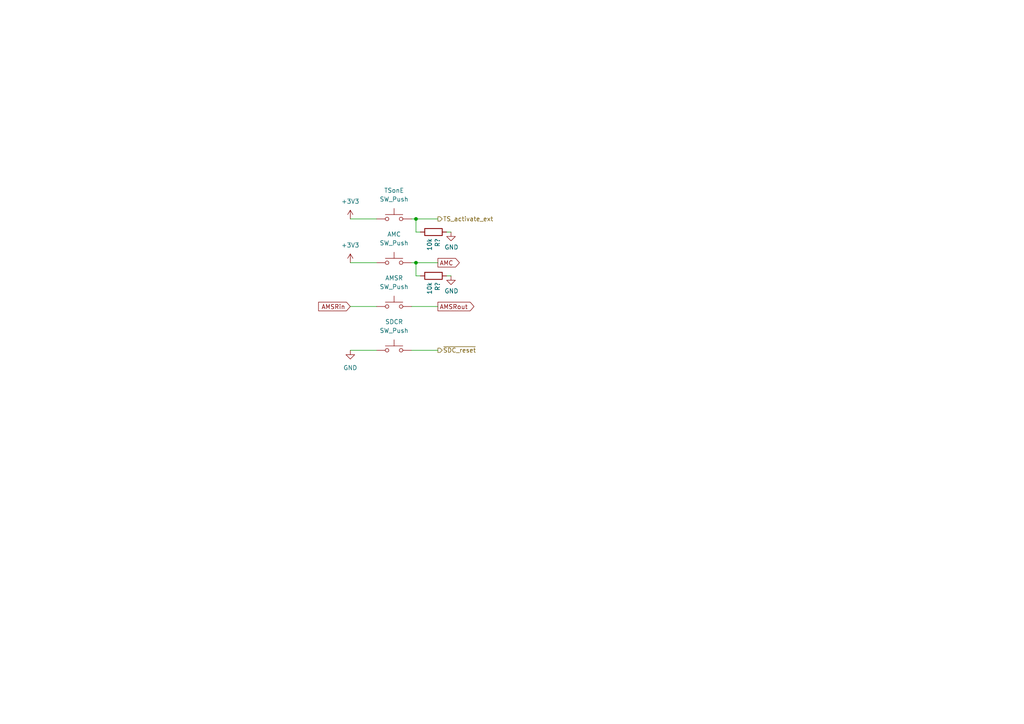
<source format=kicad_sch>
(kicad_sch (version 20211123) (generator eeschema)
  (paper "A4")
  (lib_symbols
    (symbol "Device:R" (pin_numbers hide) (pin_names (offset 0))
      (property "Reference" "R" (at 2.032 0 90))
      (property "Value" "R" (at 0 0 90))
      (symbol "R_0_1"
        (rectangle (start -1.016 -2.54) (end 1.016 2.54) (stroke (width 0.254)))
      )
      (symbol "R_1_1"
        (pin passive line (at 0 3.81 270) (length 1.27) (name "~") (number "1"))
        (pin passive line (at 0 -3.81 90) (length 1.27) (name "~") (number "2"))
      )
    )
    (symbol "Switch:SW_Push" (pin_numbers hide) (pin_names (offset 1.016) hide)
      (property "Reference" "SW" (at 1.27 2.54 0))
      (property "Value" "SW_Push" (at 0 -1.524 0))
      (symbol "SW_Push_0_1"
        (circle (center -2.032 0) (radius 0.508))
        (polyline (pts (xy 0 1.27) (xy 0 3.048)))
        (polyline (pts (xy 2.54 1.27) (xy -2.54 1.27)))
        (circle (center 2.032 0) (radius 0.508))
        (pin passive line (at -5.08 0 0) (length 2.54) (name "1") (number "1"))
        (pin passive line (at 5.08 0 180) (length 2.54) (name "2") (number "2"))
      )
    )
    (symbol "power:+3V3" (power) (pin_names (offset 0))
      (property "Value" "+3V3" (at 0 3.556 0))
      (symbol "+3V3_0_1"
        (polyline (pts (xy -0.762 1.27) (xy 0 2.54)))
        (polyline (pts (xy 0 0) (xy 0 2.54)))
        (polyline (pts (xy 0 2.54) (xy 0.762 1.27)))
      )
      (symbol "+3V3_1_1"
        (pin power_in line (at 0 0 90) (length 0) hide (name "+3V3") (number "1"))
      )
    )
    (symbol "power:GND" (power) (pin_names (offset 0))
      (property "Value" "GND" (at 0 -3.81 0))
      (symbol "GND_0_1"
        (polyline (pts (xy 0 0) (xy 0 -1.27) (xy 1.27 -1.27) (xy 0 -2.54) (xy -1.27 -1.27) (xy 0 -1.27)))
      )
      (symbol "GND_1_1"
        (pin power_in line (at 0 0 270) (length 0) hide (name "GND") (number "1"))
      )
    )
  )
  (junction (at 120.65 76.2))
  (junction (at 120.65 63.5))
  (wire (pts (xy 109.22 63.5) (xy 101.6 63.5)))
  (wire (pts (xy 130.81 80.01) (xy 129.54 80.01)))
  (wire (pts (xy 120.65 63.5) (xy 120.65 67.31)))
  (wire (pts (xy 119.38 76.2) (xy 120.65 76.2)))
  (wire (pts (xy 120.65 76.2) (xy 127 76.2)))
  (wire (pts (xy 119.38 88.9) (xy 127 88.9)))
  (wire (pts (xy 130.81 67.31) (xy 129.54 67.31)))
  (wire (pts (xy 120.65 76.2) (xy 120.65 80.01)))
  (wire (pts (xy 127 101.6) (xy 119.38 101.6)))
  (wire (pts (xy 109.22 101.6) (xy 101.6 101.6)))
  (wire (pts (xy 120.65 63.5) (xy 119.38 63.5)))
  (wire (pts (xy 101.6 88.9) (xy 109.22 88.9)))
  (wire (pts (xy 127 63.5) (xy 120.65 63.5)))
  (wire (pts (xy 120.65 67.31) (xy 121.92 67.31)))
  (wire (pts (xy 101.6 76.2) (xy 109.22 76.2)))
  (wire (pts (xy 120.65 80.01) (xy 121.92 80.01)))
  (global_label "AMSRin" (shape input) (at 101.6 88.9 180) (property "Intersheet References" "${INTERSHEET_REFS}" (effects hide)))
  (global_label "AMSRout" (shape output) (at 127 88.9 0) (property "Intersheet References" "${INTERSHEET_REFS}" (effects hide)))
  (global_label "AMC" (shape output) (at 127 76.2 0) (property "Intersheet References" "${INTERSHEET_REFS}" (effects hide)))
  (hierarchical_label "TS_activate_ext" (shape output) (at 127 63.5 0))
  (hierarchical_label "~{SDC_reset}" (shape output) (at 127 101.6 0))
  (symbol (lib_id "Switch:SW_Push") (at 114.3 88.9 0) (mirror y) (unit 1)
    (property "Reference" "AMSR" (at 114.3 80.645 0))
    (property "Value" "SW_Push" (at 114.3 83.185 0))
  )
  (symbol (lib_id "Switch:SW_Push") (at 114.3 76.2 0) (mirror y) (unit 1)
    (property "Reference" "AMC" (at 114.3 67.945 0))
    (property "Value" "SW_Push" (at 114.3 70.485 0))
  )
  (symbol (lib_id "Device:R") (at 125.73 67.31 270) (unit 1)
    (property "Reference" "R?" (at 126.8984 69.088 0) (effects (justify left)))
    (property "Value" "10k" (at 124.587 69.088 0) (effects (justify left)))
    (property "Footprint" "Resistor_SMD:R_0603_1608Metric_Pad1.05x0.95mm_HandSolder" (effects hide))
  )
  (symbol (lib_id "Switch:SW_Push") (at 114.3 101.6 0) (mirror y) (unit 1)
    (property "Reference" "SDCR" (at 114.3 93.345 0))
    (property "Value" "SW_Push" (at 114.3 95.885 0))
  )
  (symbol (lib_id "power:GND") (at 130.81 80.01 0) (unit 1)
    (property "Reference" "#PWR?" (effects hide))
    (property "Value" "GND" (at 130.937 84.4042 0))
  )
  (symbol (lib_id "Switch:SW_Push") (at 114.3 63.5 0) (mirror y) (unit 1)
    (property "Reference" "TSonE" (at 114.3 55.245 0))
    (property "Value" "SW_Push" (at 114.3 57.785 0))
  )
  (symbol (lib_id "power:+3V3") (at 101.6 63.5 0) (mirror y) (unit 1)
    (property "Reference" "#PWR?" (effects hide))
    (property "Value" "+3V3" (at 101.6 58.42 0))
  )
  (symbol (lib_id "power:+3V3") (at 101.6 76.2 0) (mirror y) (unit 1)
    (property "Reference" "#PWR?" (effects hide))
    (property "Value" "+3V3" (at 101.6 71.12 0))
  )
  (symbol (lib_id "power:GND") (at 130.81 67.31 0) (unit 1)
    (property "Reference" "#PWR?" (effects hide))
    (property "Value" "GND" (at 130.937 71.7042 0))
  )
  (symbol (lib_id "Device:R") (at 125.73 80.01 270) (unit 1)
    (property "Reference" "R?" (at 126.8984 81.788 0) (effects (justify left)))
    (property "Value" "10k" (at 124.587 81.788 0) (effects (justify left)))
    (property "Footprint" "Resistor_SMD:R_0603_1608Metric_Pad1.05x0.95mm_HandSolder" (effects hide))
  )
  (symbol (lib_id "power:GND") (at 101.6 101.6 0) (mirror y) (unit 1)
    (property "Reference" "#PWR?" (effects hide))
    (property "Value" "GND" (at 101.6 106.68 0))
  )
)
</source>
